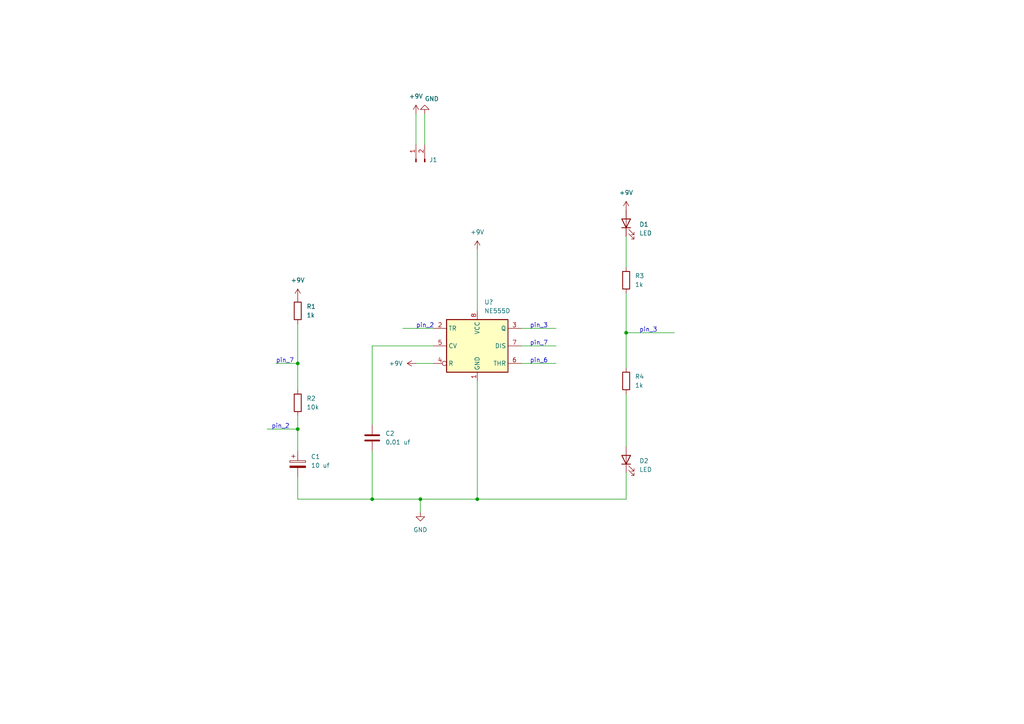
<source format=kicad_sch>
(kicad_sch (version 20211123) (generator eeschema)

  (uuid 5d5720a2-f621-4751-ac9f-2dd7869fd7cf)

  (paper "A4")

  (lib_symbols
    (symbol "Connector:Conn_01x02_Male" (pin_names (offset 1.016) hide) (in_bom yes) (on_board yes)
      (property "Reference" "J" (id 0) (at 0 2.54 0)
        (effects (font (size 1.27 1.27)))
      )
      (property "Value" "Conn_01x02_Male" (id 1) (at 0 -5.08 0)
        (effects (font (size 1.27 1.27)))
      )
      (property "Footprint" "" (id 2) (at 0 0 0)
        (effects (font (size 1.27 1.27)) hide)
      )
      (property "Datasheet" "~" (id 3) (at 0 0 0)
        (effects (font (size 1.27 1.27)) hide)
      )
      (property "ki_keywords" "connector" (id 4) (at 0 0 0)
        (effects (font (size 1.27 1.27)) hide)
      )
      (property "ki_description" "Generic connector, single row, 01x02, script generated (kicad-library-utils/schlib/autogen/connector/)" (id 5) (at 0 0 0)
        (effects (font (size 1.27 1.27)) hide)
      )
      (property "ki_fp_filters" "Connector*:*_1x??_*" (id 6) (at 0 0 0)
        (effects (font (size 1.27 1.27)) hide)
      )
      (symbol "Conn_01x02_Male_1_1"
        (polyline
          (pts
            (xy 1.27 -2.54)
            (xy 0.8636 -2.54)
          )
          (stroke (width 0.1524) (type default) (color 0 0 0 0))
          (fill (type none))
        )
        (polyline
          (pts
            (xy 1.27 0)
            (xy 0.8636 0)
          )
          (stroke (width 0.1524) (type default) (color 0 0 0 0))
          (fill (type none))
        )
        (rectangle (start 0.8636 -2.413) (end 0 -2.667)
          (stroke (width 0.1524) (type default) (color 0 0 0 0))
          (fill (type outline))
        )
        (rectangle (start 0.8636 0.127) (end 0 -0.127)
          (stroke (width 0.1524) (type default) (color 0 0 0 0))
          (fill (type outline))
        )
        (pin passive line (at 5.08 0 180) (length 3.81)
          (name "Pin_1" (effects (font (size 1.27 1.27))))
          (number "1" (effects (font (size 1.27 1.27))))
        )
        (pin passive line (at 5.08 -2.54 180) (length 3.81)
          (name "Pin_2" (effects (font (size 1.27 1.27))))
          (number "2" (effects (font (size 1.27 1.27))))
        )
      )
    )
    (symbol "Device:C" (pin_numbers hide) (pin_names (offset 0.254)) (in_bom yes) (on_board yes)
      (property "Reference" "C" (id 0) (at 0.635 2.54 0)
        (effects (font (size 1.27 1.27)) (justify left))
      )
      (property "Value" "C" (id 1) (at 0.635 -2.54 0)
        (effects (font (size 1.27 1.27)) (justify left))
      )
      (property "Footprint" "" (id 2) (at 0.9652 -3.81 0)
        (effects (font (size 1.27 1.27)) hide)
      )
      (property "Datasheet" "~" (id 3) (at 0 0 0)
        (effects (font (size 1.27 1.27)) hide)
      )
      (property "ki_keywords" "cap capacitor" (id 4) (at 0 0 0)
        (effects (font (size 1.27 1.27)) hide)
      )
      (property "ki_description" "Unpolarized capacitor" (id 5) (at 0 0 0)
        (effects (font (size 1.27 1.27)) hide)
      )
      (property "ki_fp_filters" "C_*" (id 6) (at 0 0 0)
        (effects (font (size 1.27 1.27)) hide)
      )
      (symbol "C_0_1"
        (polyline
          (pts
            (xy -2.032 -0.762)
            (xy 2.032 -0.762)
          )
          (stroke (width 0.508) (type default) (color 0 0 0 0))
          (fill (type none))
        )
        (polyline
          (pts
            (xy -2.032 0.762)
            (xy 2.032 0.762)
          )
          (stroke (width 0.508) (type default) (color 0 0 0 0))
          (fill (type none))
        )
      )
      (symbol "C_1_1"
        (pin passive line (at 0 3.81 270) (length 2.794)
          (name "~" (effects (font (size 1.27 1.27))))
          (number "1" (effects (font (size 1.27 1.27))))
        )
        (pin passive line (at 0 -3.81 90) (length 2.794)
          (name "~" (effects (font (size 1.27 1.27))))
          (number "2" (effects (font (size 1.27 1.27))))
        )
      )
    )
    (symbol "Device:C_Polarized" (pin_numbers hide) (pin_names (offset 0.254)) (in_bom yes) (on_board yes)
      (property "Reference" "C" (id 0) (at 0.635 2.54 0)
        (effects (font (size 1.27 1.27)) (justify left))
      )
      (property "Value" "C_Polarized" (id 1) (at 0.635 -2.54 0)
        (effects (font (size 1.27 1.27)) (justify left))
      )
      (property "Footprint" "" (id 2) (at 0.9652 -3.81 0)
        (effects (font (size 1.27 1.27)) hide)
      )
      (property "Datasheet" "~" (id 3) (at 0 0 0)
        (effects (font (size 1.27 1.27)) hide)
      )
      (property "ki_keywords" "cap capacitor" (id 4) (at 0 0 0)
        (effects (font (size 1.27 1.27)) hide)
      )
      (property "ki_description" "Polarized capacitor" (id 5) (at 0 0 0)
        (effects (font (size 1.27 1.27)) hide)
      )
      (property "ki_fp_filters" "CP_*" (id 6) (at 0 0 0)
        (effects (font (size 1.27 1.27)) hide)
      )
      (symbol "C_Polarized_0_1"
        (rectangle (start -2.286 0.508) (end 2.286 1.016)
          (stroke (width 0) (type default) (color 0 0 0 0))
          (fill (type none))
        )
        (polyline
          (pts
            (xy -1.778 2.286)
            (xy -0.762 2.286)
          )
          (stroke (width 0) (type default) (color 0 0 0 0))
          (fill (type none))
        )
        (polyline
          (pts
            (xy -1.27 2.794)
            (xy -1.27 1.778)
          )
          (stroke (width 0) (type default) (color 0 0 0 0))
          (fill (type none))
        )
        (rectangle (start 2.286 -0.508) (end -2.286 -1.016)
          (stroke (width 0) (type default) (color 0 0 0 0))
          (fill (type outline))
        )
      )
      (symbol "C_Polarized_1_1"
        (pin passive line (at 0 3.81 270) (length 2.794)
          (name "~" (effects (font (size 1.27 1.27))))
          (number "1" (effects (font (size 1.27 1.27))))
        )
        (pin passive line (at 0 -3.81 90) (length 2.794)
          (name "~" (effects (font (size 1.27 1.27))))
          (number "2" (effects (font (size 1.27 1.27))))
        )
      )
    )
    (symbol "Device:LED" (pin_numbers hide) (pin_names (offset 1.016) hide) (in_bom yes) (on_board yes)
      (property "Reference" "D" (id 0) (at 0 2.54 0)
        (effects (font (size 1.27 1.27)))
      )
      (property "Value" "LED" (id 1) (at 0 -2.54 0)
        (effects (font (size 1.27 1.27)))
      )
      (property "Footprint" "" (id 2) (at 0 0 0)
        (effects (font (size 1.27 1.27)) hide)
      )
      (property "Datasheet" "~" (id 3) (at 0 0 0)
        (effects (font (size 1.27 1.27)) hide)
      )
      (property "ki_keywords" "LED diode" (id 4) (at 0 0 0)
        (effects (font (size 1.27 1.27)) hide)
      )
      (property "ki_description" "Light emitting diode" (id 5) (at 0 0 0)
        (effects (font (size 1.27 1.27)) hide)
      )
      (property "ki_fp_filters" "LED* LED_SMD:* LED_THT:*" (id 6) (at 0 0 0)
        (effects (font (size 1.27 1.27)) hide)
      )
      (symbol "LED_0_1"
        (polyline
          (pts
            (xy -1.27 -1.27)
            (xy -1.27 1.27)
          )
          (stroke (width 0.254) (type default) (color 0 0 0 0))
          (fill (type none))
        )
        (polyline
          (pts
            (xy -1.27 0)
            (xy 1.27 0)
          )
          (stroke (width 0) (type default) (color 0 0 0 0))
          (fill (type none))
        )
        (polyline
          (pts
            (xy 1.27 -1.27)
            (xy 1.27 1.27)
            (xy -1.27 0)
            (xy 1.27 -1.27)
          )
          (stroke (width 0.254) (type default) (color 0 0 0 0))
          (fill (type none))
        )
        (polyline
          (pts
            (xy -3.048 -0.762)
            (xy -4.572 -2.286)
            (xy -3.81 -2.286)
            (xy -4.572 -2.286)
            (xy -4.572 -1.524)
          )
          (stroke (width 0) (type default) (color 0 0 0 0))
          (fill (type none))
        )
        (polyline
          (pts
            (xy -1.778 -0.762)
            (xy -3.302 -2.286)
            (xy -2.54 -2.286)
            (xy -3.302 -2.286)
            (xy -3.302 -1.524)
          )
          (stroke (width 0) (type default) (color 0 0 0 0))
          (fill (type none))
        )
      )
      (symbol "LED_1_1"
        (pin passive line (at -3.81 0 0) (length 2.54)
          (name "K" (effects (font (size 1.27 1.27))))
          (number "1" (effects (font (size 1.27 1.27))))
        )
        (pin passive line (at 3.81 0 180) (length 2.54)
          (name "A" (effects (font (size 1.27 1.27))))
          (number "2" (effects (font (size 1.27 1.27))))
        )
      )
    )
    (symbol "Device:R" (pin_numbers hide) (pin_names (offset 0)) (in_bom yes) (on_board yes)
      (property "Reference" "R" (id 0) (at 2.032 0 90)
        (effects (font (size 1.27 1.27)))
      )
      (property "Value" "R" (id 1) (at 0 0 90)
        (effects (font (size 1.27 1.27)))
      )
      (property "Footprint" "" (id 2) (at -1.778 0 90)
        (effects (font (size 1.27 1.27)) hide)
      )
      (property "Datasheet" "~" (id 3) (at 0 0 0)
        (effects (font (size 1.27 1.27)) hide)
      )
      (property "ki_keywords" "R res resistor" (id 4) (at 0 0 0)
        (effects (font (size 1.27 1.27)) hide)
      )
      (property "ki_description" "Resistor" (id 5) (at 0 0 0)
        (effects (font (size 1.27 1.27)) hide)
      )
      (property "ki_fp_filters" "R_*" (id 6) (at 0 0 0)
        (effects (font (size 1.27 1.27)) hide)
      )
      (symbol "R_0_1"
        (rectangle (start -1.016 -2.54) (end 1.016 2.54)
          (stroke (width 0.254) (type default) (color 0 0 0 0))
          (fill (type none))
        )
      )
      (symbol "R_1_1"
        (pin passive line (at 0 3.81 270) (length 1.27)
          (name "~" (effects (font (size 1.27 1.27))))
          (number "1" (effects (font (size 1.27 1.27))))
        )
        (pin passive line (at 0 -3.81 90) (length 1.27)
          (name "~" (effects (font (size 1.27 1.27))))
          (number "2" (effects (font (size 1.27 1.27))))
        )
      )
    )
    (symbol "Timer:NE555D" (in_bom yes) (on_board yes)
      (property "Reference" "U" (id 0) (at -10.16 8.89 0)
        (effects (font (size 1.27 1.27)) (justify left))
      )
      (property "Value" "NE555D" (id 1) (at 2.54 8.89 0)
        (effects (font (size 1.27 1.27)) (justify left))
      )
      (property "Footprint" "Package_SO:SOIC-8_3.9x4.9mm_P1.27mm" (id 2) (at 21.59 -10.16 0)
        (effects (font (size 1.27 1.27)) hide)
      )
      (property "Datasheet" "http://www.ti.com/lit/ds/symlink/ne555.pdf" (id 3) (at 21.59 -10.16 0)
        (effects (font (size 1.27 1.27)) hide)
      )
      (property "ki_keywords" "single timer 555" (id 4) (at 0 0 0)
        (effects (font (size 1.27 1.27)) hide)
      )
      (property "ki_description" "Precision Timers, 555 compatible, SOIC-8" (id 5) (at 0 0 0)
        (effects (font (size 1.27 1.27)) hide)
      )
      (property "ki_fp_filters" "SOIC*3.9x4.9mm*P1.27mm*" (id 6) (at 0 0 0)
        (effects (font (size 1.27 1.27)) hide)
      )
      (symbol "NE555D_0_0"
        (pin power_in line (at 0 -10.16 90) (length 2.54)
          (name "GND" (effects (font (size 1.27 1.27))))
          (number "1" (effects (font (size 1.27 1.27))))
        )
        (pin power_in line (at 0 10.16 270) (length 2.54)
          (name "VCC" (effects (font (size 1.27 1.27))))
          (number "8" (effects (font (size 1.27 1.27))))
        )
      )
      (symbol "NE555D_0_1"
        (rectangle (start -8.89 -7.62) (end 8.89 7.62)
          (stroke (width 0.254) (type default) (color 0 0 0 0))
          (fill (type background))
        )
        (rectangle (start -8.89 -7.62) (end 8.89 7.62)
          (stroke (width 0.254) (type default) (color 0 0 0 0))
          (fill (type background))
        )
      )
      (symbol "NE555D_1_1"
        (pin input line (at -12.7 5.08 0) (length 3.81)
          (name "TR" (effects (font (size 1.27 1.27))))
          (number "2" (effects (font (size 1.27 1.27))))
        )
        (pin output line (at 12.7 5.08 180) (length 3.81)
          (name "Q" (effects (font (size 1.27 1.27))))
          (number "3" (effects (font (size 1.27 1.27))))
        )
        (pin input inverted (at -12.7 -5.08 0) (length 3.81)
          (name "R" (effects (font (size 1.27 1.27))))
          (number "4" (effects (font (size 1.27 1.27))))
        )
        (pin input line (at -12.7 0 0) (length 3.81)
          (name "CV" (effects (font (size 1.27 1.27))))
          (number "5" (effects (font (size 1.27 1.27))))
        )
        (pin input line (at 12.7 -5.08 180) (length 3.81)
          (name "THR" (effects (font (size 1.27 1.27))))
          (number "6" (effects (font (size 1.27 1.27))))
        )
        (pin input line (at 12.7 0 180) (length 3.81)
          (name "DIS" (effects (font (size 1.27 1.27))))
          (number "7" (effects (font (size 1.27 1.27))))
        )
      )
    )
    (symbol "power:+9V" (power) (pin_names (offset 0)) (in_bom yes) (on_board yes)
      (property "Reference" "#PWR" (id 0) (at 0 -3.81 0)
        (effects (font (size 1.27 1.27)) hide)
      )
      (property "Value" "+9V" (id 1) (at 0 3.556 0)
        (effects (font (size 1.27 1.27)))
      )
      (property "Footprint" "" (id 2) (at 0 0 0)
        (effects (font (size 1.27 1.27)) hide)
      )
      (property "Datasheet" "" (id 3) (at 0 0 0)
        (effects (font (size 1.27 1.27)) hide)
      )
      (property "ki_keywords" "global power" (id 4) (at 0 0 0)
        (effects (font (size 1.27 1.27)) hide)
      )
      (property "ki_description" "Power symbol creates a global label with name \"+9V\"" (id 5) (at 0 0 0)
        (effects (font (size 1.27 1.27)) hide)
      )
      (symbol "+9V_0_1"
        (polyline
          (pts
            (xy -0.762 1.27)
            (xy 0 2.54)
          )
          (stroke (width 0) (type default) (color 0 0 0 0))
          (fill (type none))
        )
        (polyline
          (pts
            (xy 0 0)
            (xy 0 2.54)
          )
          (stroke (width 0) (type default) (color 0 0 0 0))
          (fill (type none))
        )
        (polyline
          (pts
            (xy 0 2.54)
            (xy 0.762 1.27)
          )
          (stroke (width 0) (type default) (color 0 0 0 0))
          (fill (type none))
        )
      )
      (symbol "+9V_1_1"
        (pin power_in line (at 0 0 90) (length 0) hide
          (name "+9V" (effects (font (size 1.27 1.27))))
          (number "1" (effects (font (size 1.27 1.27))))
        )
      )
    )
    (symbol "power:GND" (power) (pin_names (offset 0)) (in_bom yes) (on_board yes)
      (property "Reference" "#PWR" (id 0) (at 0 -6.35 0)
        (effects (font (size 1.27 1.27)) hide)
      )
      (property "Value" "GND" (id 1) (at 0 -3.81 0)
        (effects (font (size 1.27 1.27)))
      )
      (property "Footprint" "" (id 2) (at 0 0 0)
        (effects (font (size 1.27 1.27)) hide)
      )
      (property "Datasheet" "" (id 3) (at 0 0 0)
        (effects (font (size 1.27 1.27)) hide)
      )
      (property "ki_keywords" "global power" (id 4) (at 0 0 0)
        (effects (font (size 1.27 1.27)) hide)
      )
      (property "ki_description" "Power symbol creates a global label with name \"GND\" , ground" (id 5) (at 0 0 0)
        (effects (font (size 1.27 1.27)) hide)
      )
      (symbol "GND_0_1"
        (polyline
          (pts
            (xy 0 0)
            (xy 0 -1.27)
            (xy 1.27 -1.27)
            (xy 0 -2.54)
            (xy -1.27 -1.27)
            (xy 0 -1.27)
          )
          (stroke (width 0) (type default) (color 0 0 0 0))
          (fill (type none))
        )
      )
      (symbol "GND_1_1"
        (pin power_in line (at 0 0 270) (length 0) hide
          (name "GND" (effects (font (size 1.27 1.27))))
          (number "1" (effects (font (size 1.27 1.27))))
        )
      )
    )
  )

  (junction (at 86.36 105.41) (diameter 0) (color 0 0 0 0)
    (uuid 0f07ff82-25c9-436c-96af-05b6e127a129)
  )
  (junction (at 121.92 144.78) (diameter 0) (color 0 0 0 0)
    (uuid 4b978072-7778-43f4-8ce8-39d0bcd4b9d8)
  )
  (junction (at 181.61 96.52) (diameter 0) (color 0 0 0 0)
    (uuid 6aa40267-7ff2-4992-8987-b0f4ce7c8721)
  )
  (junction (at 86.36 124.46) (diameter 0) (color 0 0 0 0)
    (uuid 7a556daf-3a0d-41ed-ac2f-266fcfc25390)
  )
  (junction (at 138.43 144.78) (diameter 0) (color 0 0 0 0)
    (uuid bfd2577d-082d-40f6-945c-761e87869d2f)
  )
  (junction (at 107.95 144.78) (diameter 0) (color 0 0 0 0)
    (uuid e38d48cb-9b48-4e2a-a9b4-72684e12d8c1)
  )

  (wire (pts (xy 181.61 68.58) (xy 181.61 77.47))
    (stroke (width 0) (type default) (color 0 0 0 0))
    (uuid 18702961-bf30-46cc-af16-8ca6eb62ef96)
  )
  (wire (pts (xy 120.65 105.41) (xy 125.73 105.41))
    (stroke (width 0) (type default) (color 0 0 0 0))
    (uuid 1ba3bed2-7127-478b-9877-2099f9313186)
  )
  (wire (pts (xy 151.13 105.41) (xy 161.29 105.41))
    (stroke (width 0) (type default) (color 0 0 0 0))
    (uuid 1c3d8935-d4da-4e62-8454-4f7d1c02fe56)
  )
  (wire (pts (xy 138.43 72.39) (xy 138.43 90.17))
    (stroke (width 0) (type default) (color 0 0 0 0))
    (uuid 275a16d2-78a5-44e2-b17f-c72dcbe85bbd)
  )
  (wire (pts (xy 123.19 33.02) (xy 123.19 41.91))
    (stroke (width 0) (type default) (color 0 0 0 0))
    (uuid 35fc44ac-a5ff-42ca-ad32-6954dc111d53)
  )
  (wire (pts (xy 116.84 95.25) (xy 125.73 95.25))
    (stroke (width 0) (type default) (color 0 0 0 0))
    (uuid 387bf56e-cdf5-44c7-b9d9-b8b667712187)
  )
  (wire (pts (xy 107.95 130.81) (xy 107.95 144.78))
    (stroke (width 0) (type default) (color 0 0 0 0))
    (uuid 3c04a2f2-1bff-473e-afec-c2a4f7ac6695)
  )
  (wire (pts (xy 181.61 96.52) (xy 195.58 96.52))
    (stroke (width 0) (type default) (color 0 0 0 0))
    (uuid 3d234b67-c8e0-418b-aac0-67f28750f7d8)
  )
  (wire (pts (xy 181.61 114.3) (xy 181.61 129.54))
    (stroke (width 0) (type default) (color 0 0 0 0))
    (uuid 448115d7-321f-40f9-aa94-30df86e85e7d)
  )
  (wire (pts (xy 107.95 144.78) (xy 86.36 144.78))
    (stroke (width 0) (type default) (color 0 0 0 0))
    (uuid 48c1d59b-2eb8-42b0-b613-6d140927fcf0)
  )
  (wire (pts (xy 138.43 110.49) (xy 138.43 144.78))
    (stroke (width 0) (type default) (color 0 0 0 0))
    (uuid 50cf0ca7-d464-46c0-a2ee-0d852f57cc3c)
  )
  (wire (pts (xy 107.95 100.33) (xy 107.95 123.19))
    (stroke (width 0) (type default) (color 0 0 0 0))
    (uuid 5b4502ea-eb78-454a-b0e0-a9b599de7f61)
  )
  (wire (pts (xy 86.36 138.43) (xy 86.36 144.78))
    (stroke (width 0) (type default) (color 0 0 0 0))
    (uuid 5b551556-4c84-4c31-b6d5-90ab9be64034)
  )
  (wire (pts (xy 181.61 85.09) (xy 181.61 96.52))
    (stroke (width 0) (type default) (color 0 0 0 0))
    (uuid 69eede5f-0bc5-4384-92b7-612463e3cbd0)
  )
  (wire (pts (xy 121.92 144.78) (xy 138.43 144.78))
    (stroke (width 0) (type default) (color 0 0 0 0))
    (uuid 6a5cb814-545a-4cfc-b278-9a57879bf472)
  )
  (wire (pts (xy 121.92 144.78) (xy 121.92 148.59))
    (stroke (width 0) (type default) (color 0 0 0 0))
    (uuid 7622152d-9b25-4e43-8811-301508e2fe16)
  )
  (wire (pts (xy 80.01 105.41) (xy 86.36 105.41))
    (stroke (width 0) (type default) (color 0 0 0 0))
    (uuid 8907c14d-3fe5-4f1a-b7f6-780c886f133e)
  )
  (wire (pts (xy 86.36 93.98) (xy 86.36 105.41))
    (stroke (width 0) (type default) (color 0 0 0 0))
    (uuid 8d9c3fbd-3e4a-492c-a915-efa3331078fb)
  )
  (wire (pts (xy 151.13 95.25) (xy 161.29 95.25))
    (stroke (width 0) (type default) (color 0 0 0 0))
    (uuid 92cdfc75-2f5b-4ded-84e6-68f572a03e1d)
  )
  (wire (pts (xy 77.47 124.46) (xy 86.36 124.46))
    (stroke (width 0) (type default) (color 0 0 0 0))
    (uuid a5b2e578-fceb-4d2f-8820-1309ea3cf476)
  )
  (wire (pts (xy 138.43 144.78) (xy 181.61 144.78))
    (stroke (width 0) (type default) (color 0 0 0 0))
    (uuid a75a3621-af34-498a-afb7-b0aa07da09e4)
  )
  (wire (pts (xy 120.65 33.02) (xy 120.65 41.91))
    (stroke (width 0) (type default) (color 0 0 0 0))
    (uuid b49dc543-4d9c-4eaa-98f3-2381c4df0e7c)
  )
  (wire (pts (xy 86.36 120.65) (xy 86.36 124.46))
    (stroke (width 0) (type default) (color 0 0 0 0))
    (uuid b550d3d1-a53c-4379-b8bd-cd0c380b6a54)
  )
  (wire (pts (xy 181.61 96.52) (xy 181.61 106.68))
    (stroke (width 0) (type default) (color 0 0 0 0))
    (uuid b7c460f3-698b-482e-99ac-cd2709695672)
  )
  (wire (pts (xy 107.95 144.78) (xy 121.92 144.78))
    (stroke (width 0) (type default) (color 0 0 0 0))
    (uuid bc6dd297-e94c-4d07-84d2-f7c0c491a52c)
  )
  (wire (pts (xy 86.36 124.46) (xy 86.36 130.81))
    (stroke (width 0) (type default) (color 0 0 0 0))
    (uuid c0c706f3-930e-4a21-b80b-49942303961f)
  )
  (wire (pts (xy 86.36 105.41) (xy 86.36 113.03))
    (stroke (width 0) (type default) (color 0 0 0 0))
    (uuid c38a4217-3422-42eb-bdef-4865d463a1f4)
  )
  (wire (pts (xy 125.73 100.33) (xy 107.95 100.33))
    (stroke (width 0) (type default) (color 0 0 0 0))
    (uuid c69b10f9-3765-4d99-bfa3-cb6fd5c18d8b)
  )
  (wire (pts (xy 181.61 137.16) (xy 181.61 144.78))
    (stroke (width 0) (type default) (color 0 0 0 0))
    (uuid dde1d481-8a43-4b64-b2f9-be0995a03427)
  )
  (wire (pts (xy 151.13 100.33) (xy 161.29 100.33))
    (stroke (width 0) (type default) (color 0 0 0 0))
    (uuid e519c869-4f9e-4f86-b29b-d42f0a924111)
  )

  (text "pin_7" (at 153.67 100.33 0)
    (effects (font (size 1.27 1.27)) (justify left bottom))
    (uuid 5da7aecb-9a1f-45aa-94f6-3cbbc5bddb89)
  )
  (text "pin_3\n" (at 153.67 95.25 0)
    (effects (font (size 1.27 1.27)) (justify left bottom))
    (uuid 6e96b554-6231-43b3-9f0c-97ef425d361f)
  )
  (text "pin_2" (at 120.65 95.25 0)
    (effects (font (size 1.27 1.27)) (justify left bottom))
    (uuid ad0d8a45-ec70-4a5d-99c1-621c728ec08b)
  )
  (text "pin_6" (at 153.67 105.41 0)
    (effects (font (size 1.27 1.27)) (justify left bottom))
    (uuid de63f561-c7f5-492f-8414-30a188114c6c)
  )
  (text "pin_2" (at 78.74 124.46 0)
    (effects (font (size 1.27 1.27)) (justify left bottom))
    (uuid f88377ac-daab-4e19-a3d5-2f7b3b8fbbde)
  )
  (text "pin_3\n" (at 185.42 96.52 0)
    (effects (font (size 1.27 1.27)) (justify left bottom))
    (uuid f8f62139-658a-41e9-b3f8-1619b9b8955b)
  )
  (text "pin_7\n" (at 80.01 105.41 0)
    (effects (font (size 1.27 1.27)) (justify left bottom))
    (uuid f916853b-e612-4d63-a12a-a62d520cc986)
  )

  (symbol (lib_id "Device:C") (at 107.95 127 0) (unit 1)
    (in_bom yes) (on_board yes) (fields_autoplaced)
    (uuid 07bb22b3-654a-4091-98d1-688a76b5a63a)
    (property "Reference" "C2" (id 0) (at 111.76 125.7299 0)
      (effects (font (size 1.27 1.27)) (justify left))
    )
    (property "Value" "0.01 uf" (id 1) (at 111.76 128.2699 0)
      (effects (font (size 1.27 1.27)) (justify left))
    )
    (property "Footprint" "" (id 2) (at 108.9152 130.81 0)
      (effects (font (size 1.27 1.27)) hide)
    )
    (property "Datasheet" "~" (id 3) (at 107.95 127 0)
      (effects (font (size 1.27 1.27)) hide)
    )
    (pin "1" (uuid 8a2fa198-7e04-40b4-ba1b-26714ba44e8e))
    (pin "2" (uuid e567eda8-b5c8-4fbd-b6b6-1b0e051a095a))
  )

  (symbol (lib_id "Device:R") (at 86.36 90.17 0) (unit 1)
    (in_bom yes) (on_board yes) (fields_autoplaced)
    (uuid 09114fa6-4fdb-4509-83e9-b5847b4c4933)
    (property "Reference" "R1" (id 0) (at 88.9 88.8999 0)
      (effects (font (size 1.27 1.27)) (justify left))
    )
    (property "Value" "1k" (id 1) (at 88.9 91.4399 0)
      (effects (font (size 1.27 1.27)) (justify left))
    )
    (property "Footprint" "" (id 2) (at 84.582 90.17 90)
      (effects (font (size 1.27 1.27)) hide)
    )
    (property "Datasheet" "~" (id 3) (at 86.36 90.17 0)
      (effects (font (size 1.27 1.27)) hide)
    )
    (pin "1" (uuid c1bdf842-56f4-46f9-b9ca-085125325395))
    (pin "2" (uuid 854feab5-ee52-468b-9306-8e8974014a6f))
  )

  (symbol (lib_id "Connector:Conn_01x02_Male") (at 120.65 46.99 90) (unit 1)
    (in_bom yes) (on_board yes) (fields_autoplaced)
    (uuid 159f18ed-c90b-4c31-a236-2e6883aeebe7)
    (property "Reference" "J1" (id 0) (at 124.46 46.3549 90)
      (effects (font (size 1.27 1.27)) (justify right))
    )
    (property "Value" "Conn_01x02_Male" (id 1) (at 119.38 45.0851 90)
      (effects (font (size 1.27 1.27)) (justify left) hide)
    )
    (property "Footprint" "" (id 2) (at 120.65 46.99 0)
      (effects (font (size 1.27 1.27)) hide)
    )
    (property "Datasheet" "~" (id 3) (at 120.65 46.99 0)
      (effects (font (size 1.27 1.27)) hide)
    )
    (pin "1" (uuid 41b8d8fa-e4c1-4829-829b-499e1082c25f))
    (pin "2" (uuid e8c02a0e-2d50-40a1-9e60-4b2ef690e761))
  )

  (symbol (lib_id "Timer:NE555D") (at 138.43 100.33 0) (unit 1)
    (in_bom yes) (on_board yes) (fields_autoplaced)
    (uuid 2e208c28-940d-4aa9-9967-4583d1295b3f)
    (property "Reference" "U?" (id 0) (at 140.4494 87.63 0)
      (effects (font (size 1.27 1.27)) (justify left))
    )
    (property "Value" "NE555D" (id 1) (at 140.4494 90.17 0)
      (effects (font (size 1.27 1.27)) (justify left))
    )
    (property "Footprint" "Package_SO:SOIC-8_3.9x4.9mm_P1.27mm" (id 2) (at 160.02 110.49 0)
      (effects (font (size 1.27 1.27)) hide)
    )
    (property "Datasheet" "http://www.ti.com/lit/ds/symlink/ne555.pdf" (id 3) (at 160.02 110.49 0)
      (effects (font (size 1.27 1.27)) hide)
    )
    (pin "1" (uuid 666cd6f4-2e22-440c-9713-68958eff593a))
    (pin "8" (uuid 4965618d-d0db-4f0e-bca2-80fafb7c476c))
    (pin "2" (uuid ec9cb11f-05f6-472e-a5da-144065d0d4d4))
    (pin "3" (uuid b265aacf-7015-4d0b-8aeb-fb4da060eb11))
    (pin "4" (uuid 0f9a9139-7ddf-4ef2-8571-7a9746aee0dd))
    (pin "5" (uuid c7903666-3a58-4f82-9bda-c486a3e21978))
    (pin "6" (uuid b4ca743f-7b92-42c7-b75a-d8e1fdccd8c8))
    (pin "7" (uuid cb8fb73b-f548-46f3-b261-0be2e4e3b31d))
  )

  (symbol (lib_id "power:GND") (at 121.92 148.59 0) (unit 1)
    (in_bom yes) (on_board yes) (fields_autoplaced)
    (uuid 3817e95b-8891-4abc-ab97-e262495a57ff)
    (property "Reference" "#PWR?" (id 0) (at 121.92 154.94 0)
      (effects (font (size 1.27 1.27)) hide)
    )
    (property "Value" "GND" (id 1) (at 121.92 153.67 0))
    (property "Footprint" "" (id 2) (at 121.92 148.59 0)
      (effects (font (size 1.27 1.27)) hide)
    )
    (property "Datasheet" "" (id 3) (at 121.92 148.59 0)
      (effects (font (size 1.27 1.27)) hide)
    )
    (pin "1" (uuid ec142501-d7c7-4fc8-9a5a-596af2306efb))
  )

  (symbol (lib_id "Device:LED") (at 181.61 133.35 90) (unit 1)
    (in_bom yes) (on_board yes) (fields_autoplaced)
    (uuid 5279e61a-5be1-47de-8c30-96204e72fa25)
    (property "Reference" "D2" (id 0) (at 185.42 133.6674 90)
      (effects (font (size 1.27 1.27)) (justify right))
    )
    (property "Value" "LED" (id 1) (at 185.42 136.2074 90)
      (effects (font (size 1.27 1.27)) (justify right))
    )
    (property "Footprint" "" (id 2) (at 181.61 133.35 0)
      (effects (font (size 1.27 1.27)) hide)
    )
    (property "Datasheet" "~" (id 3) (at 181.61 133.35 0)
      (effects (font (size 1.27 1.27)) hide)
    )
    (pin "1" (uuid d0dcbda2-f69c-42f7-a1de-55885bc67df5))
    (pin "2" (uuid 373d09f4-a9d4-4e68-894b-0d2ea18c8d0b))
  )

  (symbol (lib_id "power:GND") (at 123.19 33.02 180) (unit 1)
    (in_bom yes) (on_board yes) (fields_autoplaced)
    (uuid 6038e108-2169-4a39-904b-8d8e109b448e)
    (property "Reference" "#PWR?" (id 0) (at 123.19 26.67 0)
      (effects (font (size 1.27 1.27)) hide)
    )
    (property "Value" "GND" (id 1) (at 123.19 27.94 0)
      (effects (font (size 1.27 1.27)) (justify right bottom))
    )
    (property "Footprint" "" (id 2) (at 123.19 33.02 0)
      (effects (font (size 1.27 1.27)) hide)
    )
    (property "Datasheet" "" (id 3) (at 123.19 33.02 0)
      (effects (font (size 1.27 1.27)) hide)
    )
    (pin "1" (uuid 20c376b5-edd9-4f7d-8ada-103a78cc40bd))
  )

  (symbol (lib_id "power:+9V") (at 86.36 86.36 0) (unit 1)
    (in_bom yes) (on_board yes) (fields_autoplaced)
    (uuid 639a0f53-0e1b-439a-ba6b-108a198a190f)
    (property "Reference" "#PWR?" (id 0) (at 86.36 90.17 0)
      (effects (font (size 1.27 1.27)) hide)
    )
    (property "Value" "+9V" (id 1) (at 86.36 81.28 0))
    (property "Footprint" "" (id 2) (at 86.36 86.36 0)
      (effects (font (size 1.27 1.27)) hide)
    )
    (property "Datasheet" "" (id 3) (at 86.36 86.36 0)
      (effects (font (size 1.27 1.27)) hide)
    )
    (pin "1" (uuid 2f703222-dfd6-4cb8-a32f-40e6a0769d19))
  )

  (symbol (lib_id "Device:C_Polarized") (at 86.36 134.62 0) (unit 1)
    (in_bom yes) (on_board yes) (fields_autoplaced)
    (uuid 6a077660-f179-4b92-baef-02f0c8ec6ace)
    (property "Reference" "C1" (id 0) (at 90.17 132.4609 0)
      (effects (font (size 1.27 1.27)) (justify left))
    )
    (property "Value" "10 uf" (id 1) (at 90.17 135.0009 0)
      (effects (font (size 1.27 1.27)) (justify left))
    )
    (property "Footprint" "" (id 2) (at 87.3252 138.43 0)
      (effects (font (size 1.27 1.27)) hide)
    )
    (property "Datasheet" "~" (id 3) (at 86.36 134.62 0)
      (effects (font (size 1.27 1.27)) hide)
    )
    (pin "1" (uuid 490bdc0d-76c2-49cd-b4b9-4e319ba06926))
    (pin "2" (uuid 2a4b2c63-f1f8-440f-8296-61dc097779a3))
  )

  (symbol (lib_id "power:+9V") (at 120.65 105.41 90) (unit 1)
    (in_bom yes) (on_board yes) (fields_autoplaced)
    (uuid 790ac8fd-88e9-42b8-a48b-0a89056ba4eb)
    (property "Reference" "#PWR?" (id 0) (at 124.46 105.41 0)
      (effects (font (size 1.27 1.27)) hide)
    )
    (property "Value" "+9V" (id 1) (at 116.84 105.4099 90)
      (effects (font (size 1.27 1.27)) (justify left))
    )
    (property "Footprint" "" (id 2) (at 120.65 105.41 0)
      (effects (font (size 1.27 1.27)) hide)
    )
    (property "Datasheet" "" (id 3) (at 120.65 105.41 0)
      (effects (font (size 1.27 1.27)) hide)
    )
    (pin "1" (uuid b44799f4-d0b0-4b10-b4d4-014c03258fdd))
  )

  (symbol (lib_id "Device:R") (at 86.36 116.84 0) (unit 1)
    (in_bom yes) (on_board yes) (fields_autoplaced)
    (uuid 793b2f23-9cc5-4499-ba1c-a717af9c5cef)
    (property "Reference" "R2" (id 0) (at 88.9 115.5699 0)
      (effects (font (size 1.27 1.27)) (justify left))
    )
    (property "Value" "10k" (id 1) (at 88.9 118.1099 0)
      (effects (font (size 1.27 1.27)) (justify left))
    )
    (property "Footprint" "" (id 2) (at 84.582 116.84 90)
      (effects (font (size 1.27 1.27)) hide)
    )
    (property "Datasheet" "~" (id 3) (at 86.36 116.84 0)
      (effects (font (size 1.27 1.27)) hide)
    )
    (pin "1" (uuid f3ce1bd8-1cbe-4f45-901b-b67c64c34463))
    (pin "2" (uuid 702e8cd0-4b41-4b26-b6fd-dceb2214132e))
  )

  (symbol (lib_id "power:+9V") (at 181.61 60.96 0) (unit 1)
    (in_bom yes) (on_board yes) (fields_autoplaced)
    (uuid 8df7a15d-a5d6-4ca7-899c-e0788e7b58e8)
    (property "Reference" "#PWR?" (id 0) (at 181.61 64.77 0)
      (effects (font (size 1.27 1.27)) hide)
    )
    (property "Value" "+9V" (id 1) (at 181.61 55.88 0))
    (property "Footprint" "" (id 2) (at 181.61 60.96 0)
      (effects (font (size 1.27 1.27)) hide)
    )
    (property "Datasheet" "" (id 3) (at 181.61 60.96 0)
      (effects (font (size 1.27 1.27)) hide)
    )
    (pin "1" (uuid 4d4ba9ae-177f-41bc-b28c-1a96f79783c8))
  )

  (symbol (lib_id "Device:R") (at 181.61 81.28 0) (unit 1)
    (in_bom yes) (on_board yes) (fields_autoplaced)
    (uuid 9d3b9e8f-4d51-497c-9ede-a3b10a7310d3)
    (property "Reference" "R3" (id 0) (at 184.15 80.0099 0)
      (effects (font (size 1.27 1.27)) (justify left))
    )
    (property "Value" "1k" (id 1) (at 184.15 82.5499 0)
      (effects (font (size 1.27 1.27)) (justify left))
    )
    (property "Footprint" "" (id 2) (at 179.832 81.28 90)
      (effects (font (size 1.27 1.27)) hide)
    )
    (property "Datasheet" "~" (id 3) (at 181.61 81.28 0)
      (effects (font (size 1.27 1.27)) hide)
    )
    (pin "1" (uuid 6ffd0ba9-7741-437b-8434-8afc01c5bdf3))
    (pin "2" (uuid 90d5dc4f-9066-4c6a-8592-49e13d2ee560))
  )

  (symbol (lib_id "power:+9V") (at 138.43 72.39 0) (unit 1)
    (in_bom yes) (on_board yes) (fields_autoplaced)
    (uuid ae8af227-c368-49ca-aa40-f729a56b037a)
    (property "Reference" "#PWR?" (id 0) (at 138.43 76.2 0)
      (effects (font (size 1.27 1.27)) hide)
    )
    (property "Value" "+9V" (id 1) (at 138.43 67.31 0))
    (property "Footprint" "" (id 2) (at 138.43 72.39 0)
      (effects (font (size 1.27 1.27)) hide)
    )
    (property "Datasheet" "" (id 3) (at 138.43 72.39 0)
      (effects (font (size 1.27 1.27)) hide)
    )
    (pin "1" (uuid c4d51a0a-e18e-46cb-b4cf-5330042e371f))
  )

  (symbol (lib_id "Device:LED") (at 181.61 64.77 90) (unit 1)
    (in_bom yes) (on_board yes) (fields_autoplaced)
    (uuid be680659-49a1-489b-a6c1-a2b0e693d709)
    (property "Reference" "D1" (id 0) (at 185.42 65.0874 90)
      (effects (font (size 1.27 1.27)) (justify right))
    )
    (property "Value" "LED" (id 1) (at 185.42 67.6274 90)
      (effects (font (size 1.27 1.27)) (justify right))
    )
    (property "Footprint" "" (id 2) (at 181.61 64.77 0)
      (effects (font (size 1.27 1.27)) hide)
    )
    (property "Datasheet" "~" (id 3) (at 181.61 64.77 0)
      (effects (font (size 1.27 1.27)) hide)
    )
    (pin "1" (uuid 0b0db88b-fd78-4ee7-a5b9-c3764c99cb69))
    (pin "2" (uuid 6bbe5953-f6ac-4e98-a448-f3305f4aafc1))
  )

  (symbol (lib_id "Device:R") (at 181.61 110.49 0) (unit 1)
    (in_bom yes) (on_board yes) (fields_autoplaced)
    (uuid bfbcd55b-d5e0-4d60-bf61-5f4ceea83311)
    (property "Reference" "R4" (id 0) (at 184.15 109.2199 0)
      (effects (font (size 1.27 1.27)) (justify left))
    )
    (property "Value" "1k" (id 1) (at 184.15 111.7599 0)
      (effects (font (size 1.27 1.27)) (justify left))
    )
    (property "Footprint" "" (id 2) (at 179.832 110.49 90)
      (effects (font (size 1.27 1.27)) hide)
    )
    (property "Datasheet" "~" (id 3) (at 181.61 110.49 0)
      (effects (font (size 1.27 1.27)) hide)
    )
    (pin "1" (uuid abf41882-db77-4de3-8c00-3ab7fd323e00))
    (pin "2" (uuid 1d2f9f4f-d174-4a4d-b4c5-e1fbf1a874e2))
  )

  (symbol (lib_id "power:+9V") (at 120.65 33.02 0) (unit 1)
    (in_bom yes) (on_board yes) (fields_autoplaced)
    (uuid e871473f-32be-4a6b-a6dc-fb0925a6df2b)
    (property "Reference" "#PWR?" (id 0) (at 120.65 36.83 0)
      (effects (font (size 1.27 1.27)) hide)
    )
    (property "Value" "+9V" (id 1) (at 120.65 27.94 0))
    (property "Footprint" "" (id 2) (at 120.65 33.02 0)
      (effects (font (size 1.27 1.27)) hide)
    )
    (property "Datasheet" "" (id 3) (at 120.65 33.02 0)
      (effects (font (size 1.27 1.27)) hide)
    )
    (pin "1" (uuid bfe50122-77a2-472e-8613-6c7332b3bcb3))
  )

  (sheet_instances
    (path "/" (page "1"))
  )

  (symbol_instances
    (path "/3817e95b-8891-4abc-ab97-e262495a57ff"
      (reference "#PWR?") (unit 1) (value "GND") (footprint "")
    )
    (path "/6038e108-2169-4a39-904b-8d8e109b448e"
      (reference "#PWR?") (unit 1) (value "GND") (footprint "")
    )
    (path "/639a0f53-0e1b-439a-ba6b-108a198a190f"
      (reference "#PWR?") (unit 1) (value "+9V") (footprint "")
    )
    (path "/790ac8fd-88e9-42b8-a48b-0a89056ba4eb"
      (reference "#PWR?") (unit 1) (value "+9V") (footprint "")
    )
    (path "/8df7a15d-a5d6-4ca7-899c-e0788e7b58e8"
      (reference "#PWR?") (unit 1) (value "+9V") (footprint "")
    )
    (path "/ae8af227-c368-49ca-aa40-f729a56b037a"
      (reference "#PWR?") (unit 1) (value "+9V") (footprint "")
    )
    (path "/e871473f-32be-4a6b-a6dc-fb0925a6df2b"
      (reference "#PWR?") (unit 1) (value "+9V") (footprint "")
    )
    (path "/6a077660-f179-4b92-baef-02f0c8ec6ace"
      (reference "C1") (unit 1) (value "10 uf") (footprint "")
    )
    (path "/07bb22b3-654a-4091-98d1-688a76b5a63a"
      (reference "C2") (unit 1) (value "0.01 uf") (footprint "")
    )
    (path "/be680659-49a1-489b-a6c1-a2b0e693d709"
      (reference "D1") (unit 1) (value "LED") (footprint "")
    )
    (path "/5279e61a-5be1-47de-8c30-96204e72fa25"
      (reference "D2") (unit 1) (value "LED") (footprint "")
    )
    (path "/159f18ed-c90b-4c31-a236-2e6883aeebe7"
      (reference "J1") (unit 1) (value "Conn_01x02_Male") (footprint "")
    )
    (path "/09114fa6-4fdb-4509-83e9-b5847b4c4933"
      (reference "R1") (unit 1) (value "1k") (footprint "")
    )
    (path "/793b2f23-9cc5-4499-ba1c-a717af9c5cef"
      (reference "R2") (unit 1) (value "10k") (footprint "")
    )
    (path "/9d3b9e8f-4d51-497c-9ede-a3b10a7310d3"
      (reference "R3") (unit 1) (value "1k") (footprint "")
    )
    (path "/bfbcd55b-d5e0-4d60-bf61-5f4ceea83311"
      (reference "R4") (unit 1) (value "1k") (footprint "")
    )
    (path "/2e208c28-940d-4aa9-9967-4583d1295b3f"
      (reference "U?") (unit 1) (value "NE555D") (footprint "Package_SO:SOIC-8_3.9x4.9mm_P1.27mm")
    )
  )
)

</source>
